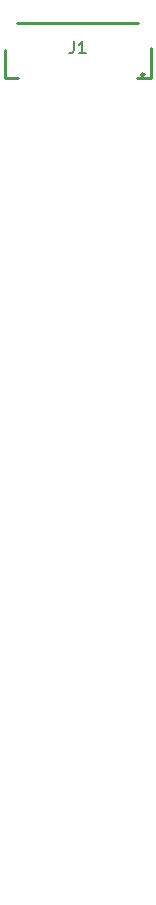
<source format=gto>
G04 #@! TF.GenerationSoftware,KiCad,Pcbnew,7.0.8*
G04 #@! TF.CreationDate,2023-10-22T00:47:00-07:00*
G04 #@! TF.ProjectId,Seismos_4-Key,53656973-6d6f-4735-9f34-2d4b65792e6b,rev?*
G04 #@! TF.SameCoordinates,Original*
G04 #@! TF.FileFunction,Legend,Top*
G04 #@! TF.FilePolarity,Positive*
%FSLAX46Y46*%
G04 Gerber Fmt 4.6, Leading zero omitted, Abs format (unit mm)*
G04 Created by KiCad (PCBNEW 7.0.8) date 2023-10-22 00:47:00*
%MOMM*%
%LPD*%
G01*
G04 APERTURE LIST*
%ADD10C,0.150000*%
%ADD11C,0.254000*%
%ADD12C,2.300000*%
%ADD13C,1.000000*%
%ADD14C,3.000000*%
%ADD15C,4.000000*%
%ADD16R,0.600000X1.700000*%
%ADD17R,1.200000X1.800000*%
%ADD18C,3.200000*%
G04 APERTURE END LIST*
D10*
X45524667Y-60019200D02*
X45667524Y-60066819D01*
X45667524Y-60066819D02*
X45905619Y-60066819D01*
X45905619Y-60066819D02*
X46000857Y-60019200D01*
X46000857Y-60019200D02*
X46048476Y-59971580D01*
X46048476Y-59971580D02*
X46096095Y-59876342D01*
X46096095Y-59876342D02*
X46096095Y-59781104D01*
X46096095Y-59781104D02*
X46048476Y-59685866D01*
X46048476Y-59685866D02*
X46000857Y-59638247D01*
X46000857Y-59638247D02*
X45905619Y-59590628D01*
X45905619Y-59590628D02*
X45715143Y-59543009D01*
X45715143Y-59543009D02*
X45619905Y-59495390D01*
X45619905Y-59495390D02*
X45572286Y-59447771D01*
X45572286Y-59447771D02*
X45524667Y-59352533D01*
X45524667Y-59352533D02*
X45524667Y-59257295D01*
X45524667Y-59257295D02*
X45572286Y-59162057D01*
X45572286Y-59162057D02*
X45619905Y-59114438D01*
X45619905Y-59114438D02*
X45715143Y-59066819D01*
X45715143Y-59066819D02*
X45953238Y-59066819D01*
X45953238Y-59066819D02*
X46096095Y-59114438D01*
X46429429Y-59066819D02*
X46667524Y-60066819D01*
X46667524Y-60066819D02*
X46858000Y-59352533D01*
X46858000Y-59352533D02*
X47048476Y-60066819D01*
X47048476Y-60066819D02*
X47286572Y-59066819D01*
X47619905Y-59162057D02*
X47667524Y-59114438D01*
X47667524Y-59114438D02*
X47762762Y-59066819D01*
X47762762Y-59066819D02*
X48000857Y-59066819D01*
X48000857Y-59066819D02*
X48096095Y-59114438D01*
X48096095Y-59114438D02*
X48143714Y-59162057D01*
X48143714Y-59162057D02*
X48191333Y-59257295D01*
X48191333Y-59257295D02*
X48191333Y-59352533D01*
X48191333Y-59352533D02*
X48143714Y-59495390D01*
X48143714Y-59495390D02*
X47572286Y-60066819D01*
X47572286Y-60066819D02*
X48191333Y-60066819D01*
X45524667Y-41019200D02*
X45667524Y-41066819D01*
X45667524Y-41066819D02*
X45905619Y-41066819D01*
X45905619Y-41066819D02*
X46000857Y-41019200D01*
X46000857Y-41019200D02*
X46048476Y-40971580D01*
X46048476Y-40971580D02*
X46096095Y-40876342D01*
X46096095Y-40876342D02*
X46096095Y-40781104D01*
X46096095Y-40781104D02*
X46048476Y-40685866D01*
X46048476Y-40685866D02*
X46000857Y-40638247D01*
X46000857Y-40638247D02*
X45905619Y-40590628D01*
X45905619Y-40590628D02*
X45715143Y-40543009D01*
X45715143Y-40543009D02*
X45619905Y-40495390D01*
X45619905Y-40495390D02*
X45572286Y-40447771D01*
X45572286Y-40447771D02*
X45524667Y-40352533D01*
X45524667Y-40352533D02*
X45524667Y-40257295D01*
X45524667Y-40257295D02*
X45572286Y-40162057D01*
X45572286Y-40162057D02*
X45619905Y-40114438D01*
X45619905Y-40114438D02*
X45715143Y-40066819D01*
X45715143Y-40066819D02*
X45953238Y-40066819D01*
X45953238Y-40066819D02*
X46096095Y-40114438D01*
X46429429Y-40066819D02*
X46667524Y-41066819D01*
X46667524Y-41066819D02*
X46858000Y-40352533D01*
X46858000Y-40352533D02*
X47048476Y-41066819D01*
X47048476Y-41066819D02*
X47286572Y-40066819D01*
X48191333Y-41066819D02*
X47619905Y-41066819D01*
X47905619Y-41066819D02*
X47905619Y-40066819D01*
X47905619Y-40066819D02*
X47810381Y-40209676D01*
X47810381Y-40209676D02*
X47715143Y-40304914D01*
X47715143Y-40304914D02*
X47619905Y-40352533D01*
X45524667Y-79019200D02*
X45667524Y-79066819D01*
X45667524Y-79066819D02*
X45905619Y-79066819D01*
X45905619Y-79066819D02*
X46000857Y-79019200D01*
X46000857Y-79019200D02*
X46048476Y-78971580D01*
X46048476Y-78971580D02*
X46096095Y-78876342D01*
X46096095Y-78876342D02*
X46096095Y-78781104D01*
X46096095Y-78781104D02*
X46048476Y-78685866D01*
X46048476Y-78685866D02*
X46000857Y-78638247D01*
X46000857Y-78638247D02*
X45905619Y-78590628D01*
X45905619Y-78590628D02*
X45715143Y-78543009D01*
X45715143Y-78543009D02*
X45619905Y-78495390D01*
X45619905Y-78495390D02*
X45572286Y-78447771D01*
X45572286Y-78447771D02*
X45524667Y-78352533D01*
X45524667Y-78352533D02*
X45524667Y-78257295D01*
X45524667Y-78257295D02*
X45572286Y-78162057D01*
X45572286Y-78162057D02*
X45619905Y-78114438D01*
X45619905Y-78114438D02*
X45715143Y-78066819D01*
X45715143Y-78066819D02*
X45953238Y-78066819D01*
X45953238Y-78066819D02*
X46096095Y-78114438D01*
X46429429Y-78066819D02*
X46667524Y-79066819D01*
X46667524Y-79066819D02*
X46858000Y-78352533D01*
X46858000Y-78352533D02*
X47048476Y-79066819D01*
X47048476Y-79066819D02*
X47286572Y-78066819D01*
X47572286Y-78066819D02*
X48191333Y-78066819D01*
X48191333Y-78066819D02*
X47858000Y-78447771D01*
X47858000Y-78447771D02*
X48000857Y-78447771D01*
X48000857Y-78447771D02*
X48096095Y-78495390D01*
X48096095Y-78495390D02*
X48143714Y-78543009D01*
X48143714Y-78543009D02*
X48191333Y-78638247D01*
X48191333Y-78638247D02*
X48191333Y-78876342D01*
X48191333Y-78876342D02*
X48143714Y-78971580D01*
X48143714Y-78971580D02*
X48096095Y-79019200D01*
X48096095Y-79019200D02*
X48000857Y-79066819D01*
X48000857Y-79066819D02*
X47715143Y-79066819D01*
X47715143Y-79066819D02*
X47619905Y-79019200D01*
X47619905Y-79019200D02*
X47572286Y-78971580D01*
X45524667Y-98019200D02*
X45667524Y-98066819D01*
X45667524Y-98066819D02*
X45905619Y-98066819D01*
X45905619Y-98066819D02*
X46000857Y-98019200D01*
X46000857Y-98019200D02*
X46048476Y-97971580D01*
X46048476Y-97971580D02*
X46096095Y-97876342D01*
X46096095Y-97876342D02*
X46096095Y-97781104D01*
X46096095Y-97781104D02*
X46048476Y-97685866D01*
X46048476Y-97685866D02*
X46000857Y-97638247D01*
X46000857Y-97638247D02*
X45905619Y-97590628D01*
X45905619Y-97590628D02*
X45715143Y-97543009D01*
X45715143Y-97543009D02*
X45619905Y-97495390D01*
X45619905Y-97495390D02*
X45572286Y-97447771D01*
X45572286Y-97447771D02*
X45524667Y-97352533D01*
X45524667Y-97352533D02*
X45524667Y-97257295D01*
X45524667Y-97257295D02*
X45572286Y-97162057D01*
X45572286Y-97162057D02*
X45619905Y-97114438D01*
X45619905Y-97114438D02*
X45715143Y-97066819D01*
X45715143Y-97066819D02*
X45953238Y-97066819D01*
X45953238Y-97066819D02*
X46096095Y-97114438D01*
X46429429Y-97066819D02*
X46667524Y-98066819D01*
X46667524Y-98066819D02*
X46858000Y-97352533D01*
X46858000Y-97352533D02*
X47048476Y-98066819D01*
X47048476Y-98066819D02*
X47286572Y-97066819D01*
X48096095Y-97400152D02*
X48096095Y-98066819D01*
X47858000Y-97019200D02*
X47619905Y-97733485D01*
X47619905Y-97733485D02*
X48238952Y-97733485D01*
X46666666Y-26854819D02*
X46666666Y-27569104D01*
X46666666Y-27569104D02*
X46619047Y-27711961D01*
X46619047Y-27711961D02*
X46523809Y-27807200D01*
X46523809Y-27807200D02*
X46380952Y-27854819D01*
X46380952Y-27854819D02*
X46285714Y-27854819D01*
X47666666Y-27854819D02*
X47095238Y-27854819D01*
X47380952Y-27854819D02*
X47380952Y-26854819D01*
X47380952Y-26854819D02*
X47285714Y-26997676D01*
X47285714Y-26997676D02*
X47190476Y-27092914D01*
X47190476Y-27092914D02*
X47095238Y-27140533D01*
D11*
X53200000Y-29978000D02*
X52031000Y-29978000D01*
X53200000Y-27438000D02*
X53200000Y-29978000D01*
X41969000Y-29978000D02*
X40860000Y-29978000D01*
X41892000Y-25300000D02*
X52108000Y-25300000D01*
X40860000Y-29978000D02*
X40860000Y-27541000D01*
X52625000Y-29660000D02*
G75*
G03*
X52625000Y-29660000I-125000J0D01*
G01*
%LPC*%
D12*
X41700000Y-60000000D03*
D13*
X41780000Y-56384200D03*
D14*
X42000000Y-63800000D03*
X44460000Y-65080000D03*
D15*
X47000000Y-60000000D03*
D14*
X47000000Y-65900000D03*
X50810000Y-62540000D03*
D13*
X52220000Y-56384200D03*
D12*
X52300000Y-60000000D03*
X41700000Y-41000000D03*
D13*
X41780000Y-37384200D03*
D14*
X42000000Y-44800000D03*
X44460000Y-46080000D03*
D15*
X47000000Y-41000000D03*
D14*
X47000000Y-46900000D03*
X50810000Y-43540000D03*
D13*
X52220000Y-37384200D03*
D12*
X52300000Y-41000000D03*
X41700000Y-79000000D03*
D13*
X41780000Y-75384200D03*
D14*
X42000000Y-82800000D03*
X44460000Y-84080000D03*
D15*
X47000000Y-79000000D03*
D14*
X47000000Y-84900000D03*
X50810000Y-81540000D03*
D13*
X52220000Y-75384200D03*
D12*
X52300000Y-79000000D03*
X41700000Y-98000000D03*
D13*
X41780000Y-94384200D03*
D14*
X42000000Y-101800000D03*
X44460000Y-103080000D03*
D15*
X47000000Y-98000000D03*
D14*
X47000000Y-103900000D03*
X50810000Y-100540000D03*
D13*
X52220000Y-94384200D03*
D12*
X52300000Y-98000000D03*
D16*
X51500000Y-30286000D03*
X50500000Y-30286000D03*
X49500000Y-30285000D03*
X48500000Y-30285000D03*
X47500000Y-30285000D03*
X46500000Y-30285000D03*
X45500000Y-30285000D03*
X44500000Y-30285000D03*
X43500000Y-30285000D03*
X42500000Y-30285000D03*
D17*
X52800000Y-26410000D03*
X41200000Y-26410000D03*
D18*
X53500000Y-108500000D03*
X40500000Y-108500000D03*
%LPD*%
M02*

</source>
